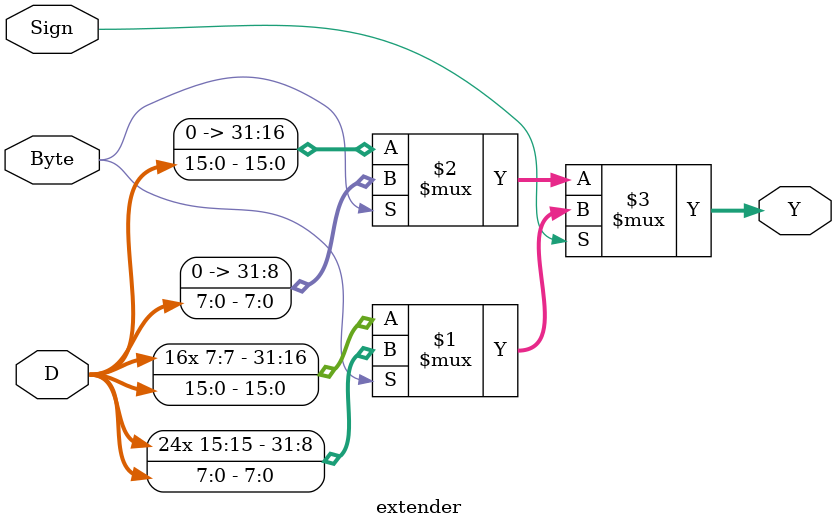
<source format=v>

module extender(
D,
Sign,
Byte,
Y
);

input [15:0] D;
input Sign, Byte;
output [31:0] Y;
wire [15:0] D;
wire Sign, Byte;
wire [31:0] Y;

assign Y = Sign ? (Byte ?{ {24{D[15]}},D[7:0]}:{{16{D[7]}},D[15:0]}):(Byte?{24'b0,D[7:0]}:{16'b0,D[15:0]});

endmodule
</source>
